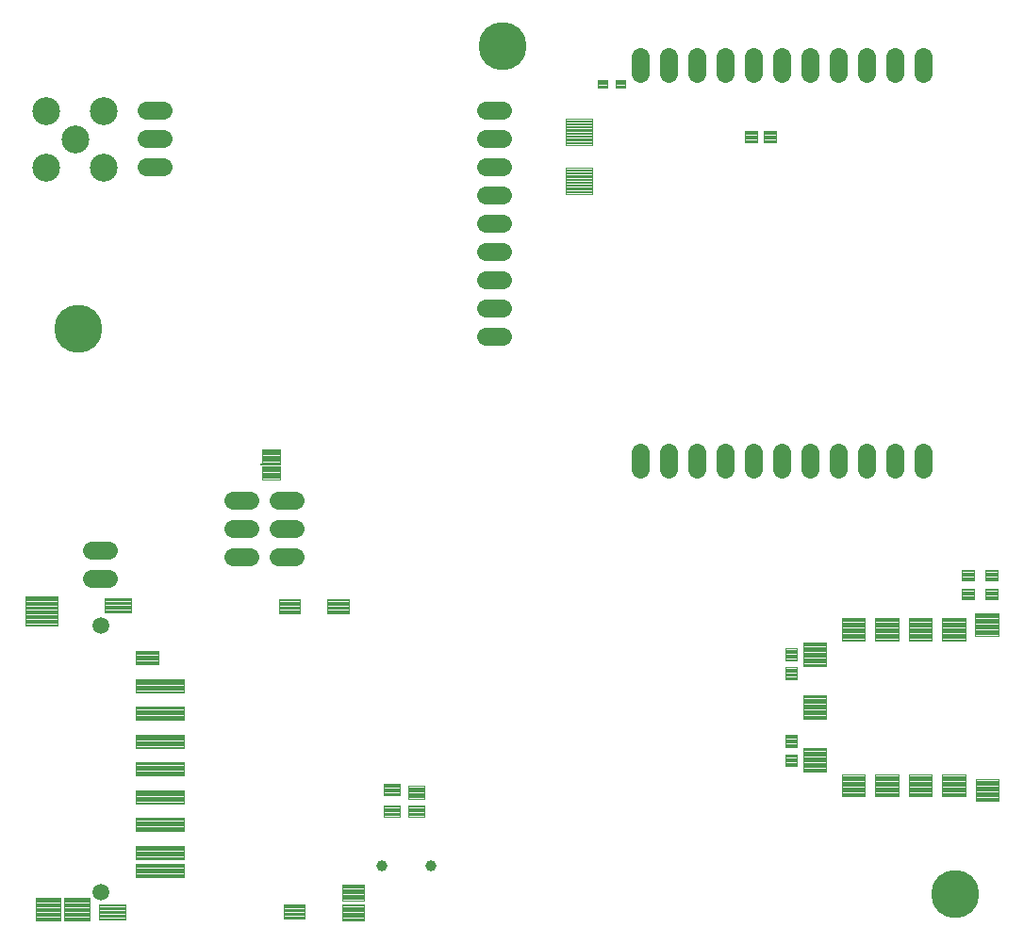
<source format=gbs>
G75*
G70*
%OFA0B0*%
%FSLAX24Y24*%
%IPPOS*%
%LPD*%
%AMOC8*
5,1,8,0,0,1.08239X$1,22.5*
%
%ADD10C,0.0394*%
%ADD11C,0.0640*%
%ADD12C,0.0985*%
%ADD13C,0.0041*%
%ADD14C,0.0049*%
%ADD15C,0.0043*%
%ADD16C,0.0041*%
%ADD17C,0.0043*%
%ADD18C,0.0043*%
%ADD19C,0.0591*%
%ADD20C,0.0044*%
%ADD21C,0.0041*%
%ADD22C,0.0045*%
%ADD23C,0.0041*%
%ADD24C,0.0040*%
%ADD25R,0.0720X0.0060*%
%ADD26C,0.1700*%
D10*
X013335Y002581D03*
X015067Y002581D03*
D11*
X010271Y013531D02*
X009671Y013531D01*
X009671Y014531D02*
X010271Y014531D01*
X010271Y015531D02*
X009671Y015531D01*
X008671Y015531D02*
X008071Y015531D01*
X008071Y014531D02*
X008671Y014531D01*
X008671Y013531D02*
X008071Y013531D01*
X003681Y013771D02*
X003081Y013771D01*
X003081Y012771D02*
X003681Y012771D01*
X016991Y021321D02*
X017591Y021321D01*
X017591Y022321D02*
X016991Y022321D01*
X016991Y023321D02*
X017591Y023321D01*
X017591Y024321D02*
X016991Y024321D01*
X016991Y025321D02*
X017591Y025321D01*
X017591Y026321D02*
X016991Y026321D01*
X016991Y027321D02*
X017591Y027321D01*
X017591Y028321D02*
X016991Y028321D01*
X016991Y029321D02*
X017591Y029321D01*
X022471Y030641D02*
X022471Y031241D01*
X023471Y031241D02*
X023471Y030641D01*
X024471Y030641D02*
X024471Y031241D01*
X025471Y031241D02*
X025471Y030641D01*
X026471Y030641D02*
X026471Y031241D01*
X027471Y031241D02*
X027471Y030641D01*
X028471Y030641D02*
X028471Y031241D01*
X029471Y031241D02*
X029471Y030641D01*
X030471Y030641D02*
X030471Y031241D01*
X031471Y031241D02*
X031471Y030641D01*
X032471Y030641D02*
X032471Y031241D01*
X032471Y017241D02*
X032471Y016641D01*
X031471Y016641D02*
X031471Y017241D01*
X030471Y017241D02*
X030471Y016641D01*
X029471Y016641D02*
X029471Y017241D01*
X028471Y017241D02*
X028471Y016641D01*
X027471Y016641D02*
X027471Y017241D01*
X026471Y017241D02*
X026471Y016641D01*
X025471Y016641D02*
X025471Y017241D01*
X024471Y017241D02*
X024471Y016641D01*
X023471Y016641D02*
X023471Y017241D01*
X022471Y017241D02*
X022471Y016641D01*
X005591Y027321D02*
X004991Y027321D01*
X004991Y028321D02*
X005591Y028321D01*
X005591Y029321D02*
X004991Y029321D01*
D12*
X003495Y029305D03*
X002491Y028301D03*
X001487Y029305D03*
X001487Y027297D03*
X003495Y027297D03*
D13*
X028239Y010484D02*
X028239Y009658D01*
X028239Y010484D02*
X029025Y010484D01*
X029025Y009658D01*
X028239Y009658D01*
X028239Y009698D02*
X029025Y009698D01*
X029025Y009738D02*
X028239Y009738D01*
X028239Y009778D02*
X029025Y009778D01*
X029025Y009818D02*
X028239Y009818D01*
X028239Y009858D02*
X029025Y009858D01*
X029025Y009898D02*
X028239Y009898D01*
X028239Y009938D02*
X029025Y009938D01*
X029025Y009978D02*
X028239Y009978D01*
X028239Y010018D02*
X029025Y010018D01*
X029025Y010058D02*
X028239Y010058D01*
X028239Y010098D02*
X029025Y010098D01*
X029025Y010138D02*
X028239Y010138D01*
X028239Y010178D02*
X029025Y010178D01*
X029025Y010218D02*
X028239Y010218D01*
X028239Y010258D02*
X029025Y010258D01*
X029025Y010298D02*
X028239Y010298D01*
X028239Y010338D02*
X029025Y010338D01*
X029025Y010378D02*
X028239Y010378D01*
X028239Y010418D02*
X029025Y010418D01*
X029025Y010458D02*
X028239Y010458D01*
X029597Y010564D02*
X030423Y010564D01*
X029597Y010564D02*
X029597Y011350D01*
X030423Y011350D01*
X030423Y010564D01*
X030423Y010604D02*
X029597Y010604D01*
X029597Y010644D02*
X030423Y010644D01*
X030423Y010684D02*
X029597Y010684D01*
X029597Y010724D02*
X030423Y010724D01*
X030423Y010764D02*
X029597Y010764D01*
X029597Y010804D02*
X030423Y010804D01*
X030423Y010844D02*
X029597Y010844D01*
X029597Y010884D02*
X030423Y010884D01*
X030423Y010924D02*
X029597Y010924D01*
X029597Y010964D02*
X030423Y010964D01*
X030423Y011004D02*
X029597Y011004D01*
X029597Y011044D02*
X030423Y011044D01*
X030423Y011084D02*
X029597Y011084D01*
X029597Y011124D02*
X030423Y011124D01*
X030423Y011164D02*
X029597Y011164D01*
X029597Y011204D02*
X030423Y011204D01*
X030423Y011244D02*
X029597Y011244D01*
X029597Y011284D02*
X030423Y011284D01*
X030423Y011324D02*
X029597Y011324D01*
X030778Y010564D02*
X031604Y010564D01*
X030778Y010564D02*
X030778Y011350D01*
X031604Y011350D01*
X031604Y010564D01*
X031604Y010604D02*
X030778Y010604D01*
X030778Y010644D02*
X031604Y010644D01*
X031604Y010684D02*
X030778Y010684D01*
X030778Y010724D02*
X031604Y010724D01*
X031604Y010764D02*
X030778Y010764D01*
X030778Y010804D02*
X031604Y010804D01*
X031604Y010844D02*
X030778Y010844D01*
X030778Y010884D02*
X031604Y010884D01*
X031604Y010924D02*
X030778Y010924D01*
X030778Y010964D02*
X031604Y010964D01*
X031604Y011004D02*
X030778Y011004D01*
X030778Y011044D02*
X031604Y011044D01*
X031604Y011084D02*
X030778Y011084D01*
X030778Y011124D02*
X031604Y011124D01*
X031604Y011164D02*
X030778Y011164D01*
X030778Y011204D02*
X031604Y011204D01*
X031604Y011244D02*
X030778Y011244D01*
X030778Y011284D02*
X031604Y011284D01*
X031604Y011324D02*
X030778Y011324D01*
X031959Y010564D02*
X032785Y010564D01*
X031959Y010564D02*
X031959Y011350D01*
X032785Y011350D01*
X032785Y010564D01*
X032785Y010604D02*
X031959Y010604D01*
X031959Y010644D02*
X032785Y010644D01*
X032785Y010684D02*
X031959Y010684D01*
X031959Y010724D02*
X032785Y010724D01*
X032785Y010764D02*
X031959Y010764D01*
X031959Y010804D02*
X032785Y010804D01*
X032785Y010844D02*
X031959Y010844D01*
X031959Y010884D02*
X032785Y010884D01*
X032785Y010924D02*
X031959Y010924D01*
X031959Y010964D02*
X032785Y010964D01*
X032785Y011004D02*
X031959Y011004D01*
X031959Y011044D02*
X032785Y011044D01*
X032785Y011084D02*
X031959Y011084D01*
X031959Y011124D02*
X032785Y011124D01*
X032785Y011164D02*
X031959Y011164D01*
X031959Y011204D02*
X032785Y011204D01*
X032785Y011244D02*
X031959Y011244D01*
X031959Y011284D02*
X032785Y011284D01*
X032785Y011324D02*
X031959Y011324D01*
X033140Y010564D02*
X033966Y010564D01*
X033140Y010564D02*
X033140Y011350D01*
X033966Y011350D01*
X033966Y010564D01*
X033966Y010604D02*
X033140Y010604D01*
X033140Y010644D02*
X033966Y010644D01*
X033966Y010684D02*
X033140Y010684D01*
X033140Y010724D02*
X033966Y010724D01*
X033966Y010764D02*
X033140Y010764D01*
X033140Y010804D02*
X033966Y010804D01*
X033966Y010844D02*
X033140Y010844D01*
X033140Y010884D02*
X033966Y010884D01*
X033966Y010924D02*
X033140Y010924D01*
X033140Y010964D02*
X033966Y010964D01*
X033966Y011004D02*
X033140Y011004D01*
X033140Y011044D02*
X033966Y011044D01*
X033966Y011084D02*
X033140Y011084D01*
X033140Y011124D02*
X033966Y011124D01*
X033966Y011164D02*
X033140Y011164D01*
X033140Y011204D02*
X033966Y011204D01*
X033966Y011244D02*
X033140Y011244D01*
X033140Y011284D02*
X033966Y011284D01*
X033966Y011324D02*
X033140Y011324D01*
X034321Y010742D02*
X035147Y010742D01*
X034321Y010742D02*
X034321Y011528D01*
X035147Y011528D01*
X035147Y010742D01*
X035147Y010782D02*
X034321Y010782D01*
X034321Y010822D02*
X035147Y010822D01*
X035147Y010862D02*
X034321Y010862D01*
X034321Y010902D02*
X035147Y010902D01*
X035147Y010942D02*
X034321Y010942D01*
X034321Y010982D02*
X035147Y010982D01*
X035147Y011022D02*
X034321Y011022D01*
X034321Y011062D02*
X035147Y011062D01*
X035147Y011102D02*
X034321Y011102D01*
X034321Y011142D02*
X035147Y011142D01*
X035147Y011182D02*
X034321Y011182D01*
X034321Y011222D02*
X035147Y011222D01*
X035147Y011262D02*
X034321Y011262D01*
X034321Y011302D02*
X035147Y011302D01*
X035147Y011342D02*
X034321Y011342D01*
X034321Y011382D02*
X035147Y011382D01*
X035147Y011422D02*
X034321Y011422D01*
X034321Y011462D02*
X035147Y011462D01*
X035147Y011502D02*
X034321Y011502D01*
X029025Y008614D02*
X029025Y007788D01*
X028239Y007788D01*
X028239Y008614D01*
X029025Y008614D01*
X029025Y007828D02*
X028239Y007828D01*
X028239Y007868D02*
X029025Y007868D01*
X029025Y007908D02*
X028239Y007908D01*
X028239Y007948D02*
X029025Y007948D01*
X029025Y007988D02*
X028239Y007988D01*
X028239Y008028D02*
X029025Y008028D01*
X029025Y008068D02*
X028239Y008068D01*
X028239Y008108D02*
X029025Y008108D01*
X029025Y008148D02*
X028239Y008148D01*
X028239Y008188D02*
X029025Y008188D01*
X029025Y008228D02*
X028239Y008228D01*
X028239Y008268D02*
X029025Y008268D01*
X029025Y008308D02*
X028239Y008308D01*
X028239Y008348D02*
X029025Y008348D01*
X029025Y008388D02*
X028239Y008388D01*
X028239Y008428D02*
X029025Y008428D01*
X029025Y008468D02*
X028239Y008468D01*
X028239Y008508D02*
X029025Y008508D01*
X029025Y008548D02*
X028239Y008548D01*
X028239Y008588D02*
X029025Y008588D01*
X029025Y006744D02*
X029025Y005918D01*
X028239Y005918D01*
X028239Y006744D01*
X029025Y006744D01*
X029025Y005958D02*
X028239Y005958D01*
X028239Y005998D02*
X029025Y005998D01*
X029025Y006038D02*
X028239Y006038D01*
X028239Y006078D02*
X029025Y006078D01*
X029025Y006118D02*
X028239Y006118D01*
X028239Y006158D02*
X029025Y006158D01*
X029025Y006198D02*
X028239Y006198D01*
X028239Y006238D02*
X029025Y006238D01*
X029025Y006278D02*
X028239Y006278D01*
X028239Y006318D02*
X029025Y006318D01*
X029025Y006358D02*
X028239Y006358D01*
X028239Y006398D02*
X029025Y006398D01*
X029025Y006438D02*
X028239Y006438D01*
X028239Y006478D02*
X029025Y006478D01*
X029025Y006518D02*
X028239Y006518D01*
X028239Y006558D02*
X029025Y006558D01*
X029025Y006598D02*
X028239Y006598D01*
X028239Y006638D02*
X029025Y006638D01*
X029025Y006678D02*
X028239Y006678D01*
X028239Y006718D02*
X029025Y006718D01*
X029597Y005052D02*
X030423Y005052D01*
X029597Y005052D02*
X029597Y005838D01*
X030423Y005838D01*
X030423Y005052D01*
X030423Y005092D02*
X029597Y005092D01*
X029597Y005132D02*
X030423Y005132D01*
X030423Y005172D02*
X029597Y005172D01*
X029597Y005212D02*
X030423Y005212D01*
X030423Y005252D02*
X029597Y005252D01*
X029597Y005292D02*
X030423Y005292D01*
X030423Y005332D02*
X029597Y005332D01*
X029597Y005372D02*
X030423Y005372D01*
X030423Y005412D02*
X029597Y005412D01*
X029597Y005452D02*
X030423Y005452D01*
X030423Y005492D02*
X029597Y005492D01*
X029597Y005532D02*
X030423Y005532D01*
X030423Y005572D02*
X029597Y005572D01*
X029597Y005612D02*
X030423Y005612D01*
X030423Y005652D02*
X029597Y005652D01*
X029597Y005692D02*
X030423Y005692D01*
X030423Y005732D02*
X029597Y005732D01*
X029597Y005772D02*
X030423Y005772D01*
X030423Y005812D02*
X029597Y005812D01*
X030778Y005052D02*
X031604Y005052D01*
X030778Y005052D02*
X030778Y005838D01*
X031604Y005838D01*
X031604Y005052D01*
X031604Y005092D02*
X030778Y005092D01*
X030778Y005132D02*
X031604Y005132D01*
X031604Y005172D02*
X030778Y005172D01*
X030778Y005212D02*
X031604Y005212D01*
X031604Y005252D02*
X030778Y005252D01*
X030778Y005292D02*
X031604Y005292D01*
X031604Y005332D02*
X030778Y005332D01*
X030778Y005372D02*
X031604Y005372D01*
X031604Y005412D02*
X030778Y005412D01*
X030778Y005452D02*
X031604Y005452D01*
X031604Y005492D02*
X030778Y005492D01*
X030778Y005532D02*
X031604Y005532D01*
X031604Y005572D02*
X030778Y005572D01*
X030778Y005612D02*
X031604Y005612D01*
X031604Y005652D02*
X030778Y005652D01*
X030778Y005692D02*
X031604Y005692D01*
X031604Y005732D02*
X030778Y005732D01*
X030778Y005772D02*
X031604Y005772D01*
X031604Y005812D02*
X030778Y005812D01*
X031959Y005052D02*
X032785Y005052D01*
X031959Y005052D02*
X031959Y005838D01*
X032785Y005838D01*
X032785Y005052D01*
X032785Y005092D02*
X031959Y005092D01*
X031959Y005132D02*
X032785Y005132D01*
X032785Y005172D02*
X031959Y005172D01*
X031959Y005212D02*
X032785Y005212D01*
X032785Y005252D02*
X031959Y005252D01*
X031959Y005292D02*
X032785Y005292D01*
X032785Y005332D02*
X031959Y005332D01*
X031959Y005372D02*
X032785Y005372D01*
X032785Y005412D02*
X031959Y005412D01*
X031959Y005452D02*
X032785Y005452D01*
X032785Y005492D02*
X031959Y005492D01*
X031959Y005532D02*
X032785Y005532D01*
X032785Y005572D02*
X031959Y005572D01*
X031959Y005612D02*
X032785Y005612D01*
X032785Y005652D02*
X031959Y005652D01*
X031959Y005692D02*
X032785Y005692D01*
X032785Y005732D02*
X031959Y005732D01*
X031959Y005772D02*
X032785Y005772D01*
X032785Y005812D02*
X031959Y005812D01*
X033140Y005052D02*
X033966Y005052D01*
X033140Y005052D02*
X033140Y005838D01*
X033966Y005838D01*
X033966Y005052D01*
X033966Y005092D02*
X033140Y005092D01*
X033140Y005132D02*
X033966Y005132D01*
X033966Y005172D02*
X033140Y005172D01*
X033140Y005212D02*
X033966Y005212D01*
X033966Y005252D02*
X033140Y005252D01*
X033140Y005292D02*
X033966Y005292D01*
X033966Y005332D02*
X033140Y005332D01*
X033140Y005372D02*
X033966Y005372D01*
X033966Y005412D02*
X033140Y005412D01*
X033140Y005452D02*
X033966Y005452D01*
X033966Y005492D02*
X033140Y005492D01*
X033140Y005532D02*
X033966Y005532D01*
X033966Y005572D02*
X033140Y005572D01*
X033140Y005612D02*
X033966Y005612D01*
X033966Y005652D02*
X033140Y005652D01*
X033140Y005692D02*
X033966Y005692D01*
X033966Y005732D02*
X033140Y005732D01*
X033140Y005772D02*
X033966Y005772D01*
X033966Y005812D02*
X033140Y005812D01*
X034331Y004883D02*
X035157Y004883D01*
X034331Y004883D02*
X034331Y005669D01*
X035157Y005669D01*
X035157Y004883D01*
X035157Y004923D02*
X034331Y004923D01*
X034331Y004963D02*
X035157Y004963D01*
X035157Y005003D02*
X034331Y005003D01*
X034331Y005043D02*
X035157Y005043D01*
X035157Y005083D02*
X034331Y005083D01*
X034331Y005123D02*
X035157Y005123D01*
X035157Y005163D02*
X034331Y005163D01*
X034331Y005203D02*
X035157Y005203D01*
X035157Y005243D02*
X034331Y005243D01*
X034331Y005283D02*
X035157Y005283D01*
X035157Y005323D02*
X034331Y005323D01*
X034331Y005363D02*
X035157Y005363D01*
X035157Y005403D02*
X034331Y005403D01*
X034331Y005443D02*
X035157Y005443D01*
X035157Y005483D02*
X034331Y005483D01*
X034331Y005523D02*
X035157Y005523D01*
X035157Y005563D02*
X034331Y005563D01*
X034331Y005603D02*
X035157Y005603D01*
X035157Y005643D02*
X034331Y005643D01*
D14*
X019833Y026367D02*
X019833Y027303D01*
X020769Y027303D01*
X020769Y026367D01*
X019833Y026367D01*
X019833Y026415D02*
X020769Y026415D01*
X020769Y026463D02*
X019833Y026463D01*
X019833Y026511D02*
X020769Y026511D01*
X020769Y026559D02*
X019833Y026559D01*
X019833Y026607D02*
X020769Y026607D01*
X020769Y026655D02*
X019833Y026655D01*
X019833Y026703D02*
X020769Y026703D01*
X020769Y026751D02*
X019833Y026751D01*
X019833Y026799D02*
X020769Y026799D01*
X020769Y026847D02*
X019833Y026847D01*
X019833Y026895D02*
X020769Y026895D01*
X020769Y026943D02*
X019833Y026943D01*
X019833Y026991D02*
X020769Y026991D01*
X020769Y027039D02*
X019833Y027039D01*
X019833Y027087D02*
X020769Y027087D01*
X020769Y027135D02*
X019833Y027135D01*
X019833Y027183D02*
X020769Y027183D01*
X020769Y027231D02*
X019833Y027231D01*
X019833Y027279D02*
X020769Y027279D01*
X019833Y028099D02*
X019833Y029035D01*
X020769Y029035D01*
X020769Y028099D01*
X019833Y028099D01*
X019833Y028147D02*
X020769Y028147D01*
X020769Y028195D02*
X019833Y028195D01*
X019833Y028243D02*
X020769Y028243D01*
X020769Y028291D02*
X019833Y028291D01*
X019833Y028339D02*
X020769Y028339D01*
X020769Y028387D02*
X019833Y028387D01*
X019833Y028435D02*
X020769Y028435D01*
X020769Y028483D02*
X019833Y028483D01*
X019833Y028531D02*
X020769Y028531D01*
X020769Y028579D02*
X019833Y028579D01*
X019833Y028627D02*
X020769Y028627D01*
X020769Y028675D02*
X019833Y028675D01*
X019833Y028723D02*
X020769Y028723D01*
X020769Y028771D02*
X019833Y028771D01*
X019833Y028819D02*
X020769Y028819D01*
X020769Y028867D02*
X019833Y028867D01*
X019833Y028915D02*
X020769Y028915D01*
X020769Y028963D02*
X019833Y028963D01*
X019833Y029011D02*
X020769Y029011D01*
D15*
X026161Y028185D02*
X026591Y028185D01*
X026161Y028185D02*
X026161Y028577D01*
X026591Y028577D01*
X026591Y028185D01*
X026591Y028227D02*
X026161Y028227D01*
X026161Y028269D02*
X026591Y028269D01*
X026591Y028311D02*
X026161Y028311D01*
X026161Y028353D02*
X026591Y028353D01*
X026591Y028395D02*
X026161Y028395D01*
X026161Y028437D02*
X026591Y028437D01*
X026591Y028479D02*
X026161Y028479D01*
X026161Y028521D02*
X026591Y028521D01*
X026591Y028563D02*
X026161Y028563D01*
X026830Y028185D02*
X027260Y028185D01*
X026830Y028185D02*
X026830Y028577D01*
X027260Y028577D01*
X027260Y028185D01*
X027260Y028227D02*
X026830Y028227D01*
X026830Y028269D02*
X027260Y028269D01*
X027260Y028311D02*
X026830Y028311D01*
X026830Y028353D02*
X027260Y028353D01*
X027260Y028395D02*
X026830Y028395D01*
X026830Y028437D02*
X027260Y028437D01*
X027260Y028479D02*
X026830Y028479D01*
X026830Y028521D02*
X027260Y028521D01*
X027260Y028563D02*
X026830Y028563D01*
X033846Y013071D02*
X033846Y012679D01*
X033846Y013071D02*
X034276Y013071D01*
X034276Y012679D01*
X033846Y012679D01*
X033846Y012721D02*
X034276Y012721D01*
X034276Y012763D02*
X033846Y012763D01*
X033846Y012805D02*
X034276Y012805D01*
X034276Y012847D02*
X033846Y012847D01*
X033846Y012889D02*
X034276Y012889D01*
X034276Y012931D02*
X033846Y012931D01*
X033846Y012973D02*
X034276Y012973D01*
X034276Y013015D02*
X033846Y013015D01*
X033846Y013057D02*
X034276Y013057D01*
X034666Y013071D02*
X034666Y012679D01*
X034666Y013071D02*
X035096Y013071D01*
X035096Y012679D01*
X034666Y012679D01*
X034666Y012721D02*
X035096Y012721D01*
X035096Y012763D02*
X034666Y012763D01*
X034666Y012805D02*
X035096Y012805D01*
X035096Y012847D02*
X034666Y012847D01*
X034666Y012889D02*
X035096Y012889D01*
X035096Y012931D02*
X034666Y012931D01*
X034666Y012973D02*
X035096Y012973D01*
X035096Y013015D02*
X034666Y013015D01*
X034666Y013057D02*
X035096Y013057D01*
X034666Y012402D02*
X034666Y012010D01*
X034666Y012402D02*
X035096Y012402D01*
X035096Y012010D01*
X034666Y012010D01*
X034666Y012052D02*
X035096Y012052D01*
X035096Y012094D02*
X034666Y012094D01*
X034666Y012136D02*
X035096Y012136D01*
X035096Y012178D02*
X034666Y012178D01*
X034666Y012220D02*
X035096Y012220D01*
X035096Y012262D02*
X034666Y012262D01*
X034666Y012304D02*
X035096Y012304D01*
X035096Y012346D02*
X034666Y012346D01*
X034666Y012388D02*
X035096Y012388D01*
X033846Y012402D02*
X033846Y012010D01*
X033846Y012402D02*
X034276Y012402D01*
X034276Y012010D01*
X033846Y012010D01*
X033846Y012052D02*
X034276Y012052D01*
X034276Y012094D02*
X033846Y012094D01*
X033846Y012136D02*
X034276Y012136D01*
X034276Y012178D02*
X033846Y012178D01*
X033846Y012220D02*
X034276Y012220D01*
X034276Y012262D02*
X033846Y012262D01*
X033846Y012304D02*
X034276Y012304D01*
X034276Y012346D02*
X033846Y012346D01*
X033846Y012388D02*
X034276Y012388D01*
X028007Y010290D02*
X028007Y009860D01*
X027615Y009860D01*
X027615Y010290D01*
X028007Y010290D01*
X028007Y009902D02*
X027615Y009902D01*
X027615Y009944D02*
X028007Y009944D01*
X028007Y009986D02*
X027615Y009986D01*
X027615Y010028D02*
X028007Y010028D01*
X028007Y010070D02*
X027615Y010070D01*
X027615Y010112D02*
X028007Y010112D01*
X028007Y010154D02*
X027615Y010154D01*
X027615Y010196D02*
X028007Y010196D01*
X028007Y010238D02*
X027615Y010238D01*
X027615Y010280D02*
X028007Y010280D01*
X028007Y009621D02*
X028007Y009191D01*
X027615Y009191D01*
X027615Y009621D01*
X028007Y009621D01*
X028007Y009233D02*
X027615Y009233D01*
X027615Y009275D02*
X028007Y009275D01*
X028007Y009317D02*
X027615Y009317D01*
X027615Y009359D02*
X028007Y009359D01*
X028007Y009401D02*
X027615Y009401D01*
X027615Y009443D02*
X028007Y009443D01*
X028007Y009485D02*
X027615Y009485D01*
X027615Y009527D02*
X028007Y009527D01*
X028007Y009569D02*
X027615Y009569D01*
X027615Y009611D02*
X028007Y009611D01*
X027615Y007210D02*
X027615Y006780D01*
X027615Y007210D02*
X028007Y007210D01*
X028007Y006780D01*
X027615Y006780D01*
X027615Y006822D02*
X028007Y006822D01*
X028007Y006864D02*
X027615Y006864D01*
X027615Y006906D02*
X028007Y006906D01*
X028007Y006948D02*
X027615Y006948D01*
X027615Y006990D02*
X028007Y006990D01*
X028007Y007032D02*
X027615Y007032D01*
X027615Y007074D02*
X028007Y007074D01*
X028007Y007116D02*
X027615Y007116D01*
X027615Y007158D02*
X028007Y007158D01*
X028007Y007200D02*
X027615Y007200D01*
X027615Y006541D02*
X027615Y006111D01*
X027615Y006541D02*
X028007Y006541D01*
X028007Y006111D01*
X027615Y006111D01*
X027615Y006153D02*
X028007Y006153D01*
X028007Y006195D02*
X027615Y006195D01*
X027615Y006237D02*
X028007Y006237D01*
X028007Y006279D02*
X027615Y006279D01*
X027615Y006321D02*
X028007Y006321D01*
X028007Y006363D02*
X027615Y006363D01*
X027615Y006405D02*
X028007Y006405D01*
X028007Y006447D02*
X027615Y006447D01*
X027615Y006489D02*
X028007Y006489D01*
X028007Y006531D02*
X027615Y006531D01*
X014272Y004733D02*
X014272Y004341D01*
X014272Y004733D02*
X014836Y004733D01*
X014836Y004341D01*
X014272Y004341D01*
X014272Y004383D02*
X014836Y004383D01*
X014836Y004425D02*
X014272Y004425D01*
X014272Y004467D02*
X014836Y004467D01*
X014836Y004509D02*
X014272Y004509D01*
X014272Y004551D02*
X014836Y004551D01*
X014836Y004593D02*
X014272Y004593D01*
X014272Y004635D02*
X014836Y004635D01*
X014836Y004677D02*
X014272Y004677D01*
X014272Y004719D02*
X014836Y004719D01*
X013406Y004733D02*
X013406Y004341D01*
X013406Y004733D02*
X013970Y004733D01*
X013970Y004341D01*
X013406Y004341D01*
X013406Y004383D02*
X013970Y004383D01*
X013970Y004425D02*
X013406Y004425D01*
X013406Y004467D02*
X013970Y004467D01*
X013970Y004509D02*
X013406Y004509D01*
X013406Y004551D02*
X013970Y004551D01*
X013970Y004593D02*
X013406Y004593D01*
X013406Y004635D02*
X013970Y004635D01*
X013970Y004677D02*
X013406Y004677D01*
X013406Y004719D02*
X013970Y004719D01*
X013406Y005089D02*
X013406Y005481D01*
X013970Y005481D01*
X013970Y005089D01*
X013406Y005089D01*
X013406Y005131D02*
X013970Y005131D01*
X013970Y005173D02*
X013406Y005173D01*
X013406Y005215D02*
X013970Y005215D01*
X013970Y005257D02*
X013406Y005257D01*
X013406Y005299D02*
X013970Y005299D01*
X013970Y005341D02*
X013406Y005341D01*
X013406Y005383D02*
X013970Y005383D01*
X013970Y005425D02*
X013406Y005425D01*
X013406Y005467D02*
X013970Y005467D01*
D16*
X014271Y005442D02*
X014271Y004970D01*
X014271Y005442D02*
X014837Y005442D01*
X014837Y004970D01*
X014271Y004970D01*
X014271Y005010D02*
X014837Y005010D01*
X014837Y005050D02*
X014271Y005050D01*
X014271Y005090D02*
X014837Y005090D01*
X014837Y005130D02*
X014271Y005130D01*
X014271Y005170D02*
X014837Y005170D01*
X014837Y005210D02*
X014271Y005210D01*
X014271Y005250D02*
X014837Y005250D01*
X014837Y005290D02*
X014271Y005290D01*
X014271Y005330D02*
X014837Y005330D01*
X014837Y005370D02*
X014271Y005370D01*
X014271Y005410D02*
X014837Y005410D01*
X006343Y005268D02*
X006343Y004796D01*
X004651Y004796D01*
X004651Y005268D01*
X006343Y005268D01*
X006343Y004836D02*
X004651Y004836D01*
X004651Y004876D02*
X006343Y004876D01*
X006343Y004916D02*
X004651Y004916D01*
X004651Y004956D02*
X006343Y004956D01*
X006343Y004996D02*
X004651Y004996D01*
X004651Y005036D02*
X006343Y005036D01*
X006343Y005076D02*
X004651Y005076D01*
X004651Y005116D02*
X006343Y005116D01*
X006343Y005156D02*
X004651Y005156D01*
X004651Y005196D02*
X006343Y005196D01*
X006343Y005236D02*
X004651Y005236D01*
X006343Y005780D02*
X006343Y006252D01*
X006343Y005780D02*
X004651Y005780D01*
X004651Y006252D01*
X006343Y006252D01*
X006343Y005820D02*
X004651Y005820D01*
X004651Y005860D02*
X006343Y005860D01*
X006343Y005900D02*
X004651Y005900D01*
X004651Y005940D02*
X006343Y005940D01*
X006343Y005980D02*
X004651Y005980D01*
X004651Y006020D02*
X006343Y006020D01*
X006343Y006060D02*
X004651Y006060D01*
X004651Y006100D02*
X006343Y006100D01*
X006343Y006140D02*
X004651Y006140D01*
X004651Y006180D02*
X006343Y006180D01*
X006343Y006220D02*
X004651Y006220D01*
X006343Y006764D02*
X006343Y007236D01*
X006343Y006764D02*
X004651Y006764D01*
X004651Y007236D01*
X006343Y007236D01*
X006343Y006804D02*
X004651Y006804D01*
X004651Y006844D02*
X006343Y006844D01*
X006343Y006884D02*
X004651Y006884D01*
X004651Y006924D02*
X006343Y006924D01*
X006343Y006964D02*
X004651Y006964D01*
X004651Y007004D02*
X006343Y007004D01*
X006343Y007044D02*
X004651Y007044D01*
X004651Y007084D02*
X006343Y007084D01*
X006343Y007124D02*
X004651Y007124D01*
X004651Y007164D02*
X006343Y007164D01*
X006343Y007204D02*
X004651Y007204D01*
X006343Y007748D02*
X006343Y008220D01*
X006343Y007748D02*
X004651Y007748D01*
X004651Y008220D01*
X006343Y008220D01*
X006343Y007788D02*
X004651Y007788D01*
X004651Y007828D02*
X006343Y007828D01*
X006343Y007868D02*
X004651Y007868D01*
X004651Y007908D02*
X006343Y007908D01*
X006343Y007948D02*
X004651Y007948D01*
X004651Y007988D02*
X006343Y007988D01*
X006343Y008028D02*
X004651Y008028D01*
X004651Y008068D02*
X006343Y008068D01*
X006343Y008108D02*
X004651Y008108D01*
X004651Y008148D02*
X006343Y008148D01*
X006343Y008188D02*
X004651Y008188D01*
X006343Y008733D02*
X006343Y009205D01*
X006343Y008733D02*
X004651Y008733D01*
X004651Y009205D01*
X006343Y009205D01*
X006343Y008773D02*
X004651Y008773D01*
X004651Y008813D02*
X006343Y008813D01*
X006343Y008853D02*
X004651Y008853D01*
X004651Y008893D02*
X006343Y008893D01*
X006343Y008933D02*
X004651Y008933D01*
X004651Y008973D02*
X006343Y008973D01*
X006343Y009013D02*
X004651Y009013D01*
X004651Y009053D02*
X006343Y009053D01*
X006343Y009093D02*
X004651Y009093D01*
X004651Y009133D02*
X006343Y009133D01*
X006343Y009173D02*
X004651Y009173D01*
X005437Y009717D02*
X005437Y010189D01*
X005437Y009717D02*
X004651Y009717D01*
X004651Y010189D01*
X005437Y010189D01*
X005437Y009757D02*
X004651Y009757D01*
X004651Y009797D02*
X005437Y009797D01*
X005437Y009837D02*
X004651Y009837D01*
X004651Y009877D02*
X005437Y009877D01*
X005437Y009917D02*
X004651Y009917D01*
X004651Y009957D02*
X005437Y009957D01*
X005437Y009997D02*
X004651Y009997D01*
X004651Y010037D02*
X005437Y010037D01*
X005437Y010077D02*
X004651Y010077D01*
X004651Y010117D02*
X005437Y010117D01*
X005437Y010157D02*
X004651Y010157D01*
X006343Y004283D02*
X006343Y003811D01*
X004651Y003811D01*
X004651Y004283D01*
X006343Y004283D01*
X006343Y003851D02*
X004651Y003851D01*
X004651Y003891D02*
X006343Y003891D01*
X006343Y003931D02*
X004651Y003931D01*
X004651Y003971D02*
X006343Y003971D01*
X006343Y004011D02*
X004651Y004011D01*
X004651Y004051D02*
X006343Y004051D01*
X006343Y004091D02*
X004651Y004091D01*
X004651Y004131D02*
X006343Y004131D01*
X006343Y004171D02*
X004651Y004171D01*
X004651Y004211D02*
X006343Y004211D01*
X006343Y004251D02*
X004651Y004251D01*
X006343Y003299D02*
X006343Y002827D01*
X004651Y002827D01*
X004651Y003299D01*
X006343Y003299D01*
X006343Y002867D02*
X004651Y002867D01*
X004651Y002907D02*
X006343Y002907D01*
X006343Y002947D02*
X004651Y002947D01*
X004651Y002987D02*
X006343Y002987D01*
X006343Y003027D02*
X004651Y003027D01*
X004651Y003067D02*
X006343Y003067D01*
X006343Y003107D02*
X004651Y003107D01*
X004651Y003147D02*
X006343Y003147D01*
X006343Y003187D02*
X004651Y003187D01*
X004651Y003227D02*
X006343Y003227D01*
X006343Y003267D02*
X004651Y003267D01*
X006343Y002659D02*
X006343Y002187D01*
X004651Y002187D01*
X004651Y002659D01*
X006343Y002659D01*
X006343Y002227D02*
X004651Y002227D01*
X004651Y002267D02*
X006343Y002267D01*
X006343Y002307D02*
X004651Y002307D01*
X004651Y002347D02*
X006343Y002347D01*
X006343Y002387D02*
X004651Y002387D01*
X004651Y002427D02*
X006343Y002427D01*
X006343Y002467D02*
X004651Y002467D01*
X004651Y002507D02*
X006343Y002507D01*
X006343Y002547D02*
X004651Y002547D01*
X004651Y002587D02*
X006343Y002587D01*
X006343Y002627D02*
X004651Y002627D01*
D17*
X001963Y001467D02*
X001963Y000643D01*
X001099Y000643D01*
X001099Y001467D01*
X001963Y001467D01*
X001963Y000685D02*
X001099Y000685D01*
X001099Y000727D02*
X001963Y000727D01*
X001963Y000769D02*
X001099Y000769D01*
X001099Y000811D02*
X001963Y000811D01*
X001963Y000853D02*
X001099Y000853D01*
X001099Y000895D02*
X001963Y000895D01*
X001963Y000937D02*
X001099Y000937D01*
X001099Y000979D02*
X001963Y000979D01*
X001963Y001021D02*
X001099Y001021D01*
X001099Y001063D02*
X001963Y001063D01*
X001963Y001105D02*
X001099Y001105D01*
X001099Y001147D02*
X001963Y001147D01*
X001963Y001189D02*
X001099Y001189D01*
X001099Y001231D02*
X001963Y001231D01*
X001963Y001273D02*
X001099Y001273D01*
X001099Y001315D02*
X001963Y001315D01*
X001963Y001357D02*
X001099Y001357D01*
X001099Y001399D02*
X001963Y001399D01*
X001963Y001441D02*
X001099Y001441D01*
X003012Y001467D02*
X003012Y000643D01*
X002114Y000643D01*
X002114Y001467D01*
X003012Y001467D01*
X003012Y000685D02*
X002114Y000685D01*
X002114Y000727D02*
X003012Y000727D01*
X003012Y000769D02*
X002114Y000769D01*
X002114Y000811D02*
X003012Y000811D01*
X003012Y000853D02*
X002114Y000853D01*
X002114Y000895D02*
X003012Y000895D01*
X003012Y000937D02*
X002114Y000937D01*
X002114Y000979D02*
X003012Y000979D01*
X003012Y001021D02*
X002114Y001021D01*
X002114Y001063D02*
X003012Y001063D01*
X003012Y001105D02*
X002114Y001105D01*
X002114Y001147D02*
X003012Y001147D01*
X003012Y001189D02*
X002114Y001189D01*
X002114Y001231D02*
X003012Y001231D01*
X003012Y001273D02*
X002114Y001273D01*
X002114Y001315D02*
X003012Y001315D01*
X003012Y001357D02*
X002114Y001357D01*
X002114Y001399D02*
X003012Y001399D01*
X003012Y001441D02*
X002114Y001441D01*
D18*
X001864Y011095D02*
X001864Y012117D01*
X001864Y011095D02*
X000724Y011095D01*
X000724Y012117D01*
X001864Y012117D01*
X001864Y011137D02*
X000724Y011137D01*
X000724Y011179D02*
X001864Y011179D01*
X001864Y011221D02*
X000724Y011221D01*
X000724Y011263D02*
X001864Y011263D01*
X001864Y011305D02*
X000724Y011305D01*
X000724Y011347D02*
X001864Y011347D01*
X001864Y011389D02*
X000724Y011389D01*
X000724Y011431D02*
X001864Y011431D01*
X001864Y011473D02*
X000724Y011473D01*
X000724Y011515D02*
X001864Y011515D01*
X001864Y011557D02*
X000724Y011557D01*
X000724Y011599D02*
X001864Y011599D01*
X001864Y011641D02*
X000724Y011641D01*
X000724Y011683D02*
X001864Y011683D01*
X001864Y011725D02*
X000724Y011725D01*
X000724Y011767D02*
X001864Y011767D01*
X001864Y011809D02*
X000724Y011809D01*
X000724Y011851D02*
X001864Y011851D01*
X001864Y011893D02*
X000724Y011893D01*
X000724Y011935D02*
X001864Y011935D01*
X001864Y011977D02*
X000724Y011977D01*
X000724Y012019D02*
X001864Y012019D01*
X001864Y012061D02*
X000724Y012061D01*
X000724Y012103D02*
X001864Y012103D01*
D19*
X003401Y011095D03*
X003401Y001646D03*
D20*
X010623Y001230D02*
X010623Y000722D01*
X009879Y000722D01*
X009879Y001230D01*
X010623Y001230D01*
X010623Y000765D02*
X009879Y000765D01*
X009879Y000808D02*
X010623Y000808D01*
X010623Y000851D02*
X009879Y000851D01*
X009879Y000894D02*
X010623Y000894D01*
X010623Y000937D02*
X009879Y000937D01*
X009879Y000980D02*
X010623Y000980D01*
X010623Y001023D02*
X009879Y001023D01*
X009879Y001066D02*
X010623Y001066D01*
X010623Y001109D02*
X009879Y001109D01*
X009879Y001152D02*
X010623Y001152D01*
X010623Y001195D02*
X009879Y001195D01*
X010446Y011510D02*
X010446Y012018D01*
X010446Y011510D02*
X009702Y011510D01*
X009702Y012018D01*
X010446Y012018D01*
X010446Y011553D02*
X009702Y011553D01*
X009702Y011596D02*
X010446Y011596D01*
X010446Y011639D02*
X009702Y011639D01*
X009702Y011682D02*
X010446Y011682D01*
X010446Y011725D02*
X009702Y011725D01*
X009702Y011768D02*
X010446Y011768D01*
X010446Y011811D02*
X009702Y011811D01*
X009702Y011854D02*
X010446Y011854D01*
X010446Y011897D02*
X009702Y011897D01*
X009702Y011940D02*
X010446Y011940D01*
X010446Y011983D02*
X009702Y011983D01*
X012159Y012018D02*
X012159Y011510D01*
X011415Y011510D01*
X011415Y012018D01*
X012159Y012018D01*
X012159Y011553D02*
X011415Y011553D01*
X011415Y011596D02*
X012159Y011596D01*
X012159Y011639D02*
X011415Y011639D01*
X011415Y011682D02*
X012159Y011682D01*
X012159Y011725D02*
X011415Y011725D01*
X011415Y011768D02*
X012159Y011768D01*
X012159Y011811D02*
X011415Y011811D01*
X011415Y011854D02*
X012159Y011854D01*
X012159Y011897D02*
X011415Y011897D01*
X011415Y011940D02*
X012159Y011940D01*
X012159Y011983D02*
X011415Y011983D01*
D21*
X012722Y001921D02*
X012722Y001371D01*
X011954Y001371D01*
X011954Y001921D01*
X012722Y001921D01*
X012722Y001411D02*
X011954Y001411D01*
X011954Y001451D02*
X012722Y001451D01*
X012722Y001491D02*
X011954Y001491D01*
X011954Y001531D02*
X012722Y001531D01*
X012722Y001571D02*
X011954Y001571D01*
X011954Y001611D02*
X012722Y001611D01*
X012722Y001651D02*
X011954Y001651D01*
X011954Y001691D02*
X012722Y001691D01*
X012722Y001731D02*
X011954Y001731D01*
X011954Y001771D02*
X012722Y001771D01*
X012722Y001811D02*
X011954Y001811D01*
X011954Y001851D02*
X012722Y001851D01*
X012722Y001891D02*
X011954Y001891D01*
X012722Y001212D02*
X012722Y000662D01*
X011954Y000662D01*
X011954Y001212D01*
X012722Y001212D01*
X012722Y000702D02*
X011954Y000702D01*
X011954Y000742D02*
X012722Y000742D01*
X012722Y000782D02*
X011954Y000782D01*
X011954Y000822D02*
X012722Y000822D01*
X012722Y000862D02*
X011954Y000862D01*
X011954Y000902D02*
X012722Y000902D01*
X012722Y000942D02*
X011954Y000942D01*
X011954Y000982D02*
X012722Y000982D01*
X012722Y001022D02*
X011954Y001022D01*
X011954Y001062D02*
X012722Y001062D01*
X012722Y001102D02*
X011954Y001102D01*
X011954Y001142D02*
X012722Y001142D01*
X012722Y001182D02*
X011954Y001182D01*
D22*
X004283Y001216D02*
X004283Y000694D01*
X003343Y000694D01*
X003343Y001216D01*
X004283Y001216D01*
X004283Y000738D02*
X003343Y000738D01*
X003343Y000782D02*
X004283Y000782D01*
X004283Y000826D02*
X003343Y000826D01*
X003343Y000870D02*
X004283Y000870D01*
X004283Y000914D02*
X003343Y000914D01*
X003343Y000958D02*
X004283Y000958D01*
X004283Y001002D02*
X003343Y001002D01*
X003343Y001046D02*
X004283Y001046D01*
X004283Y001090D02*
X003343Y001090D01*
X003343Y001134D02*
X004283Y001134D01*
X004283Y001178D02*
X003343Y001178D01*
X004483Y011544D02*
X004483Y012066D01*
X004483Y011544D02*
X003543Y011544D01*
X003543Y012066D01*
X004483Y012066D01*
X004483Y011588D02*
X003543Y011588D01*
X003543Y011632D02*
X004483Y011632D01*
X004483Y011676D02*
X003543Y011676D01*
X003543Y011720D02*
X004483Y011720D01*
X004483Y011764D02*
X003543Y011764D01*
X003543Y011808D02*
X004483Y011808D01*
X004483Y011852D02*
X003543Y011852D01*
X003543Y011896D02*
X004483Y011896D01*
X004483Y011940D02*
X003543Y011940D01*
X003543Y011984D02*
X004483Y011984D01*
X004483Y012028D02*
X003543Y012028D01*
D23*
X020969Y030123D02*
X021303Y030123D01*
X020969Y030123D02*
X020969Y030399D01*
X021303Y030399D01*
X021303Y030123D01*
X021303Y030163D02*
X020969Y030163D01*
X020969Y030203D02*
X021303Y030203D01*
X021303Y030243D02*
X020969Y030243D01*
X020969Y030283D02*
X021303Y030283D01*
X021303Y030323D02*
X020969Y030323D01*
X020969Y030363D02*
X021303Y030363D01*
X021599Y030123D02*
X021933Y030123D01*
X021599Y030123D02*
X021599Y030399D01*
X021933Y030399D01*
X021933Y030123D01*
X021933Y030163D02*
X021599Y030163D01*
X021599Y030203D02*
X021933Y030203D01*
X021933Y030243D02*
X021599Y030243D01*
X021599Y030283D02*
X021933Y030283D01*
X021933Y030323D02*
X021599Y030323D01*
X021599Y030363D02*
X021933Y030363D01*
D24*
X009096Y017331D02*
X009096Y016871D01*
X009096Y017331D02*
X009726Y017331D01*
X009726Y016871D01*
X009096Y016871D01*
X009096Y016910D02*
X009726Y016910D01*
X009726Y016949D02*
X009096Y016949D01*
X009096Y016988D02*
X009726Y016988D01*
X009726Y017027D02*
X009096Y017027D01*
X009096Y017066D02*
X009726Y017066D01*
X009726Y017105D02*
X009096Y017105D01*
X009096Y017144D02*
X009726Y017144D01*
X009726Y017183D02*
X009096Y017183D01*
X009096Y017222D02*
X009726Y017222D01*
X009726Y017261D02*
X009096Y017261D01*
X009096Y017300D02*
X009726Y017300D01*
X009096Y016731D02*
X009096Y016271D01*
X009096Y016731D02*
X009726Y016731D01*
X009726Y016271D01*
X009096Y016271D01*
X009096Y016310D02*
X009726Y016310D01*
X009726Y016349D02*
X009096Y016349D01*
X009096Y016388D02*
X009726Y016388D01*
X009726Y016427D02*
X009096Y016427D01*
X009096Y016466D02*
X009726Y016466D01*
X009726Y016505D02*
X009096Y016505D01*
X009096Y016544D02*
X009726Y016544D01*
X009726Y016583D02*
X009096Y016583D01*
X009096Y016622D02*
X009726Y016622D01*
X009726Y016661D02*
X009096Y016661D01*
X009096Y016700D02*
X009726Y016700D01*
D25*
X009411Y016801D03*
D26*
X002601Y021601D03*
X017601Y031601D03*
X033601Y001601D03*
M02*

</source>
